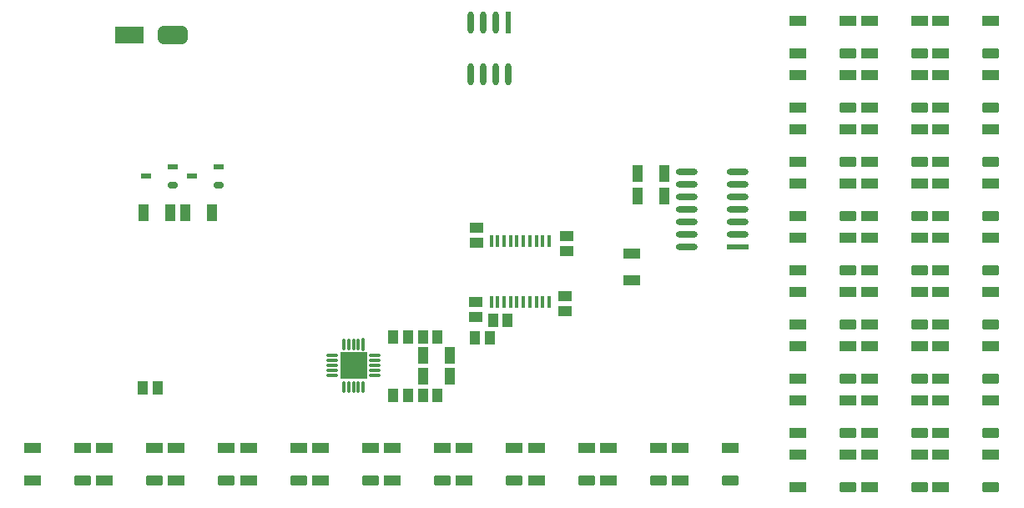
<source format=gtp>
G04 Layer_Color=8421504*
%FSLAX23Y23*%
%MOIN*%
G70*
G01*
G75*
%ADD10R,0.067X0.043*%
%ADD11O,0.016X0.051*%
%ADD12R,0.016X0.051*%
G04:AMPARAMS|DCode=13|XSize=118mil|YSize=71mil|CornerRadius=18mil|HoleSize=0mil|Usage=FLASHONLY|Rotation=180.000|XOffset=0mil|YOffset=0mil|HoleType=Round|Shape=RoundedRectangle|*
%AMROUNDEDRECTD13*
21,1,0.118,0.035,0,0,180.0*
21,1,0.083,0.071,0,0,180.0*
1,1,0.035,-0.041,0.018*
1,1,0.035,0.041,0.018*
1,1,0.035,0.041,-0.018*
1,1,0.035,-0.041,-0.018*
%
%ADD13ROUNDEDRECTD13*%
%ADD14R,0.118X0.071*%
%ADD15R,0.039X0.024*%
G04:AMPARAMS|DCode=16|XSize=24mil|YSize=39mil|CornerRadius=6mil|HoleSize=0mil|Usage=FLASHONLY|Rotation=90.000|XOffset=0mil|YOffset=0mil|HoleType=Round|Shape=RoundedRectangle|*
%AMROUNDEDRECTD16*
21,1,0.024,0.028,0,0,90.0*
21,1,0.012,0.039,0,0,90.0*
1,1,0.012,0.014,0.006*
1,1,0.012,0.014,-0.006*
1,1,0.012,-0.014,-0.006*
1,1,0.012,-0.014,0.006*
%
%ADD16ROUNDEDRECTD16*%
%ADD17O,0.087X0.024*%
%ADD18R,0.087X0.024*%
%ADD19O,0.024X0.087*%
%ADD20R,0.024X0.087*%
%ADD21R,0.043X0.067*%
%ADD22R,0.043X0.055*%
%ADD23R,0.055X0.043*%
G04:AMPARAMS|DCode=24|XSize=12mil|YSize=51mil|CornerRadius=0mil|HoleSize=0mil|Usage=FLASHONLY|Rotation=0.000|XOffset=0mil|YOffset=0mil|HoleType=Round|Shape=Octagon|*
%AMOCTAGOND24*
4,1,8,-0.003,0.026,0.003,0.026,0.006,0.023,0.006,-0.023,0.003,-0.026,-0.003,-0.026,-0.006,-0.023,-0.006,0.023,-0.003,0.026,0.0*
%
%ADD24OCTAGOND24*%

%ADD25O,0.012X0.051*%
%ADD26O,0.051X0.012*%
%ADD27R,0.106X0.106*%
%ADD31R,0.067X0.039*%
%ADD32R,0.067X0.039*%
G04:AMPARAMS|DCode=33|XSize=67mil|YSize=39mil|CornerRadius=10mil|HoleSize=0mil|Usage=FLASHONLY|Rotation=180.000|XOffset=0mil|YOffset=0mil|HoleType=Round|Shape=RoundedRectangle|*
%AMROUNDEDRECTD33*
21,1,0.067,0.020,0,0,180.0*
21,1,0.047,0.039,0,0,180.0*
1,1,0.020,-0.024,0.010*
1,1,0.020,0.024,0.010*
1,1,0.020,0.024,-0.010*
1,1,0.020,-0.024,-0.010*
%
%ADD33ROUNDEDRECTD33*%
D10*
X2445Y980D02*
D03*
Y874D02*
D03*
D11*
X2116Y1030D02*
D03*
X2091D02*
D03*
X2065D02*
D03*
X2039D02*
D03*
X2014D02*
D03*
X1988D02*
D03*
X1963D02*
D03*
X1937D02*
D03*
X1911D02*
D03*
X1886D02*
D03*
X2116Y789D02*
D03*
X2091D02*
D03*
X2065D02*
D03*
X2039D02*
D03*
X2014D02*
D03*
X1988D02*
D03*
X1963D02*
D03*
X1937D02*
D03*
X1911D02*
D03*
D12*
X1886D02*
D03*
D13*
X614Y1856D02*
D03*
D14*
X441D02*
D03*
D15*
X506Y1291D02*
D03*
X612Y1328D02*
D03*
X690Y1291D02*
D03*
X797Y1328D02*
D03*
D16*
X612Y1253D02*
D03*
X797D02*
D03*
D17*
X2665Y1309D02*
D03*
Y1259D02*
D03*
Y1209D02*
D03*
Y1159D02*
D03*
Y1109D02*
D03*
Y1059D02*
D03*
Y1009D02*
D03*
X2870Y1309D02*
D03*
Y1259D02*
D03*
Y1209D02*
D03*
Y1159D02*
D03*
Y1109D02*
D03*
Y1059D02*
D03*
D18*
Y1009D02*
D03*
D19*
X1803Y1699D02*
D03*
X1853D02*
D03*
X1903D02*
D03*
X1953D02*
D03*
X1803Y1904D02*
D03*
X1853D02*
D03*
X1903D02*
D03*
D20*
X1953D02*
D03*
D21*
X2470Y1211D02*
D03*
X2577D02*
D03*
X2470Y1301D02*
D03*
X2577D02*
D03*
X604Y1144D02*
D03*
X498D02*
D03*
X663D02*
D03*
X770D02*
D03*
X1612Y573D02*
D03*
X1719D02*
D03*
X1612Y490D02*
D03*
X1719D02*
D03*
D22*
X494Y443D02*
D03*
X553D02*
D03*
X1671Y415D02*
D03*
X1612D02*
D03*
X1671Y648D02*
D03*
X1612D02*
D03*
X1553Y415D02*
D03*
X1494D02*
D03*
X1553Y648D02*
D03*
X1494D02*
D03*
X1951Y715D02*
D03*
X1892D02*
D03*
X1880Y644D02*
D03*
X1821D02*
D03*
D23*
X1823Y728D02*
D03*
Y787D02*
D03*
X1827Y1024D02*
D03*
Y1083D02*
D03*
X2185Y1051D02*
D03*
Y992D02*
D03*
X2181Y752D02*
D03*
Y811D02*
D03*
D24*
X1374Y619D02*
D03*
D25*
X1354D02*
D03*
X1335D02*
D03*
X1315D02*
D03*
X1295D02*
D03*
Y448D02*
D03*
X1315D02*
D03*
X1335D02*
D03*
X1354D02*
D03*
X1374D02*
D03*
D26*
X1249Y573D02*
D03*
Y553D02*
D03*
Y533D02*
D03*
Y514D02*
D03*
Y494D02*
D03*
X1420D02*
D03*
Y514D02*
D03*
Y533D02*
D03*
Y553D02*
D03*
Y573D02*
D03*
D27*
X1335Y533D02*
D03*
D31*
X3681Y1261D02*
D03*
X3881D02*
D03*
X3681Y1044D02*
D03*
X3881D02*
D03*
X3681Y828D02*
D03*
X3881D02*
D03*
X3681Y611D02*
D03*
X3881D02*
D03*
X3681Y395D02*
D03*
X3881D02*
D03*
X3681Y178D02*
D03*
X3881D02*
D03*
X3396Y1911D02*
D03*
X3596D02*
D03*
X3396Y1694D02*
D03*
X3596D02*
D03*
X3396Y1477D02*
D03*
X3596D02*
D03*
X3396Y1261D02*
D03*
X3596D02*
D03*
X3396Y1044D02*
D03*
X3596D02*
D03*
X3396Y828D02*
D03*
X3596D02*
D03*
X3396Y611D02*
D03*
X3596D02*
D03*
X3396Y395D02*
D03*
X3596D02*
D03*
X3396Y178D02*
D03*
X3596D02*
D03*
X3111Y1911D02*
D03*
X3311D02*
D03*
X3111Y1694D02*
D03*
X3311D02*
D03*
X3111Y1477D02*
D03*
X3311D02*
D03*
X3111Y1261D02*
D03*
X3311D02*
D03*
X3111Y1044D02*
D03*
X3311D02*
D03*
X3111Y828D02*
D03*
X3311D02*
D03*
X3111Y611D02*
D03*
X3311D02*
D03*
X3111Y395D02*
D03*
X3311D02*
D03*
X3111Y178D02*
D03*
X3311D02*
D03*
X3681Y1911D02*
D03*
X3881D02*
D03*
X3681Y1694D02*
D03*
X3881D02*
D03*
X3681Y1477D02*
D03*
X3881D02*
D03*
X2640Y204D02*
D03*
X2840D02*
D03*
X2353D02*
D03*
X2553D02*
D03*
X2065D02*
D03*
X2265D02*
D03*
X1778D02*
D03*
X1978D02*
D03*
X1491D02*
D03*
X1691D02*
D03*
X1203D02*
D03*
X1403D02*
D03*
X916D02*
D03*
X1116D02*
D03*
X628D02*
D03*
X828D02*
D03*
X341D02*
D03*
X541D02*
D03*
X54D02*
D03*
X254D02*
D03*
D32*
X3681Y1131D02*
D03*
Y914D02*
D03*
Y698D02*
D03*
Y481D02*
D03*
Y265D02*
D03*
Y48D02*
D03*
X3396Y1781D02*
D03*
Y1564D02*
D03*
Y1347D02*
D03*
Y1131D02*
D03*
Y914D02*
D03*
Y698D02*
D03*
Y481D02*
D03*
Y265D02*
D03*
Y48D02*
D03*
X3111Y1781D02*
D03*
Y1564D02*
D03*
Y1347D02*
D03*
Y1131D02*
D03*
Y914D02*
D03*
Y698D02*
D03*
Y481D02*
D03*
Y265D02*
D03*
Y48D02*
D03*
X3681Y1781D02*
D03*
Y1564D02*
D03*
Y1347D02*
D03*
X2640Y74D02*
D03*
X2353D02*
D03*
X2065D02*
D03*
X1778D02*
D03*
X1491D02*
D03*
X1203D02*
D03*
X916D02*
D03*
X628D02*
D03*
X341D02*
D03*
X54D02*
D03*
D33*
X3881Y1131D02*
D03*
Y914D02*
D03*
Y698D02*
D03*
Y481D02*
D03*
Y265D02*
D03*
Y48D02*
D03*
X3596Y1781D02*
D03*
Y1564D02*
D03*
Y1347D02*
D03*
Y1131D02*
D03*
Y914D02*
D03*
Y698D02*
D03*
Y481D02*
D03*
Y265D02*
D03*
Y48D02*
D03*
X3311Y1781D02*
D03*
Y1564D02*
D03*
Y1347D02*
D03*
Y1131D02*
D03*
Y914D02*
D03*
Y698D02*
D03*
Y481D02*
D03*
Y265D02*
D03*
Y48D02*
D03*
X3881Y1781D02*
D03*
Y1564D02*
D03*
Y1347D02*
D03*
X2840Y74D02*
D03*
X2553D02*
D03*
X2265D02*
D03*
X1978D02*
D03*
X1691D02*
D03*
X1403D02*
D03*
X1116D02*
D03*
X828D02*
D03*
X541D02*
D03*
X254D02*
D03*
M02*

</source>
